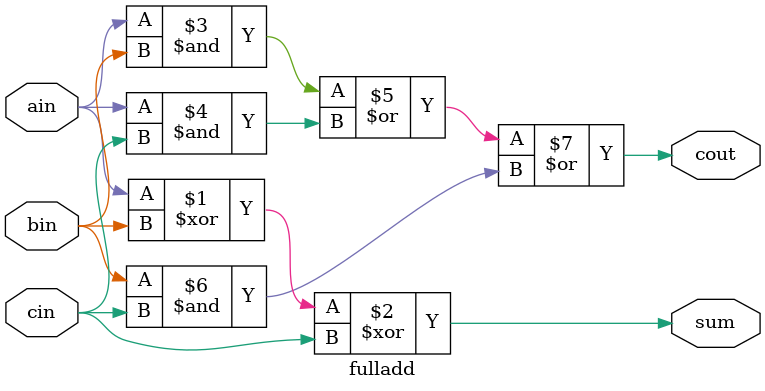
<source format=v>
`timescale 1ns/1ps
module fulladd(
  input ain,bin,cin,
  output wire cout,sum
);

  assign sum=ain^bin^cin;
  assign cout=(ain&bin)|(ain&cin)|(bin&cin);  

endmodule

</source>
